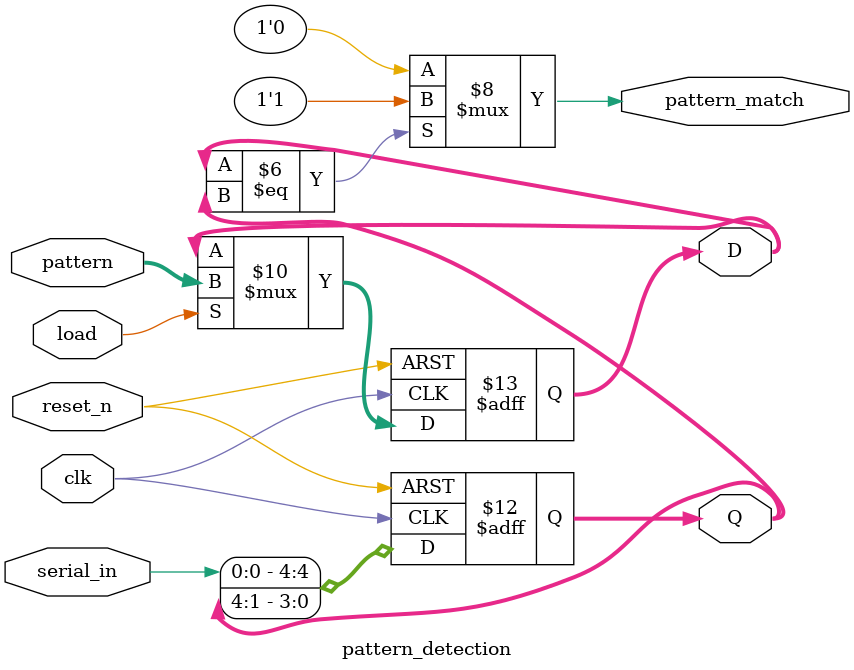
<source format=sv>
`timescale 1ns / 1ps


module pattern_detection(
input logic clk,
input logic load,
input logic reset_n,
input logic [4:0] pattern,
input logic serial_in,
output logic pattern_match,
output logic [4:0]Q,
output logic [4:0]D
    );
    
//logic [4:0]Q;
//logic [4:0]D;

always @ (posedge clk , negedge reset_n)
begin
    if (!reset_n)
    begin
        D <= 5'b00000;
    end
    else if (load)
    begin
        D <= pattern;
    end
end      
always @ (posedge clk , negedge reset_n)
begin
    if (!reset_n)
        Q <= 5'b00000;
    else
    begin
        Q[4] <= serial_in; 
        Q[3] <= Q[4];
        Q[2] <= Q[3];
        Q[1] <= Q[2];
        Q[0] <= Q[1];
    end     
end    
always @ (D, Q)
begin
    if (D == Q)
        pattern_match = 1'b1;
    else
        pattern_match = 1'b0;   
end
endmodule

</source>
